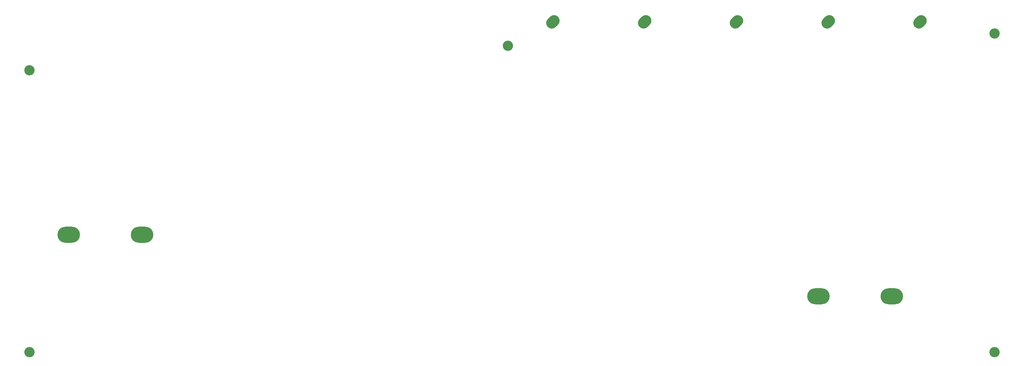
<source format=gbs>
G04 #@! TF.GenerationSoftware,KiCad,Pcbnew,(5.1.10)-1*
G04 #@! TF.CreationDate,2021-09-24T21:06:01-07:00*
G04 #@! TF.ProjectId,Atari130MXPlate,41746172-6931-4333-904d-58506c617465,C*
G04 #@! TF.SameCoordinates,Original*
G04 #@! TF.FileFunction,Soldermask,Bot*
G04 #@! TF.FilePolarity,Negative*
%FSLAX46Y46*%
G04 Gerber Fmt 4.6, Leading zero omitted, Abs format (unit mm)*
G04 Created by KiCad (PCBNEW (5.1.10)-1) date 2021-09-24 21:06:01*
%MOMM*%
%LPD*%
G01*
G04 APERTURE LIST*
%ADD10O,7.000000X5.000000*%
%ADD11C,3.200000*%
G04 APERTURE END LIST*
D10*
X49010000Y-101960000D03*
X71810000Y-101960000D03*
X281795000Y-121060000D03*
X304595000Y-121060000D03*
G36*
G01*
X283279010Y-37330990D02*
X283279010Y-37330990D01*
G75*
G02*
X283279010Y-34856116I1237437J1237437D01*
G01*
X283986116Y-34149010D01*
G75*
G02*
X286460990Y-34149010I1237437J-1237437D01*
G01*
X286460990Y-34149010D01*
G75*
G02*
X286460990Y-36623884I-1237437J-1237437D01*
G01*
X285753884Y-37330990D01*
G75*
G02*
X283279010Y-37330990I-1237437J1237437D01*
G01*
G37*
G36*
G01*
X226279010Y-37330990D02*
X226279010Y-37330990D01*
G75*
G02*
X226279010Y-34856116I1237437J1237437D01*
G01*
X226986116Y-34149010D01*
G75*
G02*
X229460990Y-34149010I1237437J-1237437D01*
G01*
X229460990Y-34149010D01*
G75*
G02*
X229460990Y-36623884I-1237437J-1237437D01*
G01*
X228753884Y-37330990D01*
G75*
G02*
X226279010Y-37330990I-1237437J1237437D01*
G01*
G37*
G36*
G01*
X197779010Y-37330990D02*
X197779010Y-37330990D01*
G75*
G02*
X197779010Y-34856116I1237437J1237437D01*
G01*
X198486116Y-34149010D01*
G75*
G02*
X200960990Y-34149010I1237437J-1237437D01*
G01*
X200960990Y-34149010D01*
G75*
G02*
X200960990Y-36623884I-1237437J-1237437D01*
G01*
X200253884Y-37330990D01*
G75*
G02*
X197779010Y-37330990I-1237437J1237437D01*
G01*
G37*
G36*
G01*
X311779010Y-37330990D02*
X311779010Y-37330990D01*
G75*
G02*
X311779010Y-34856116I1237437J1237437D01*
G01*
X312486116Y-34149010D01*
G75*
G02*
X314960990Y-34149010I1237437J-1237437D01*
G01*
X314960990Y-34149010D01*
G75*
G02*
X314960990Y-36623884I-1237437J-1237437D01*
G01*
X314253884Y-37330990D01*
G75*
G02*
X311779010Y-37330990I-1237437J1237437D01*
G01*
G37*
G36*
G01*
X254779010Y-37330990D02*
X254779010Y-37330990D01*
G75*
G02*
X254779010Y-34856116I1237437J1237437D01*
G01*
X255486116Y-34149010D01*
G75*
G02*
X257960990Y-34149010I1237437J-1237437D01*
G01*
X257960990Y-34149010D01*
G75*
G02*
X257960990Y-36623884I-1237437J-1237437D01*
G01*
X257253884Y-37330990D01*
G75*
G02*
X254779010Y-37330990I-1237437J1237437D01*
G01*
G37*
D11*
X36830000Y-138430000D03*
X36830000Y-50800000D03*
X185420000Y-43180000D03*
X336550000Y-39370000D03*
X336550000Y-138430000D03*
M02*

</source>
